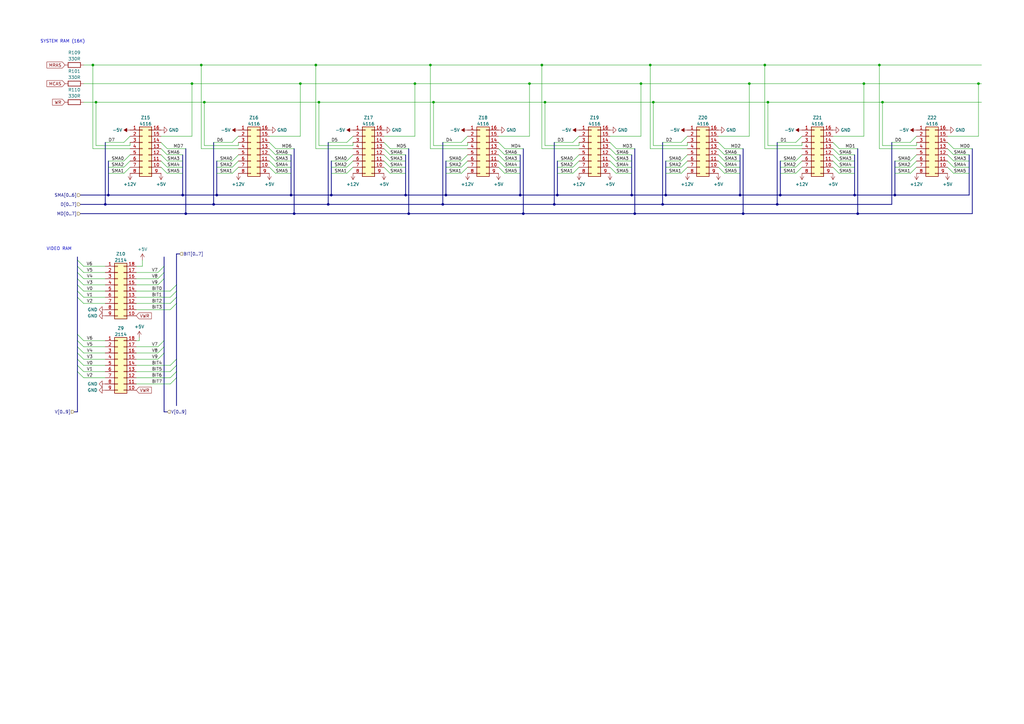
<source format=kicad_sch>
(kicad_sch (version 20230121) (generator eeschema)
  (paper "A3")
  (lib_symbols
    (symbol "Connector_Generic:Conn_02x08_Counter_Clockwise" (pin_names (offset 1.016) hide)
      (property "Reference" "J" (at 1.27 10.16 0))
      (property "Value" "Conn_02x08_Counter_Clockwise" (at 1.27 -12.7 0))
      (symbol "Conn_02x08_Counter_Clockwise_1_1"
        (rectangle (start -1.27 -10.033) (end 0 -10.287) (stroke (width 0.1524)))
        (rectangle (start -1.27 -7.493) (end 0 -7.747) (stroke (width 0.1524)))
        (rectangle (start -1.27 -4.953) (end 0 -5.207) (stroke (width 0.1524)))
        (rectangle (start -1.27 -2.413) (end 0 -2.667) (stroke (width 0.1524)))
        (rectangle (start -1.27 0.127) (end 0 -0.127) (stroke (width 0.1524)))
        (rectangle (start -1.27 2.667) (end 0 2.413) (stroke (width 0.1524)))
        (rectangle (start -1.27 5.207) (end 0 4.953) (stroke (width 0.1524)))
        (rectangle (start -1.27 7.747) (end 0 7.493) (stroke (width 0.1524)))
        (rectangle (start -1.27 8.89) (end 3.81 -11.43) (stroke (width 0.254)) (fill (type background)))
        (rectangle (start 3.81 -10.033) (end 2.54 -10.287) (stroke (width 0.1524)))
        (rectangle (start 3.81 -7.493) (end 2.54 -7.747) (stroke (width 0.1524)))
        (rectangle (start 3.81 -4.953) (end 2.54 -5.207) (stroke (width 0.1524)))
        (rectangle (start 3.81 -2.413) (end 2.54 -2.667) (stroke (width 0.1524)))
        (rectangle (start 3.81 0.127) (end 2.54 -0.127) (stroke (width 0.1524)))
        (rectangle (start 3.81 2.667) (end 2.54 2.413) (stroke (width 0.1524)))
        (rectangle (start 3.81 5.207) (end 2.54 4.953) (stroke (width 0.1524)))
        (rectangle (start 3.81 7.747) (end 2.54 7.493) (stroke (width 0.1524)))
        (pin passive line (at -5.08 7.62 0) (length 3.81) (name "Pin_1") (number "1"))
        (pin passive line (at 7.62 -7.62 180) (length 3.81) (name "Pin_10") (number "10"))
        (pin passive line (at 7.62 -5.08 180) (length 3.81) (name "Pin_11") (number "11"))
        (pin passive line (at 7.62 -2.54 180) (length 3.81) (name "Pin_12") (number "12"))
        (pin passive line (at 7.62 0 180) (length 3.81) (name "Pin_13") (number "13"))
        (pin passive line (at 7.62 2.54 180) (length 3.81) (name "Pin_14") (number "14"))
        (pin passive line (at 7.62 5.08 180) (length 3.81) (name "Pin_15") (number "15"))
        (pin passive line (at 7.62 7.62 180) (length 3.81) (name "Pin_16") (number "16"))
        (pin passive line (at -5.08 5.08 0) (length 3.81) (name "Pin_2") (number "2"))
        (pin passive line (at -5.08 2.54 0) (length 3.81) (name "Pin_3") (number "3"))
        (pin passive line (at -5.08 0 0) (length 3.81) (name "Pin_4") (number "4"))
        (pin passive line (at -5.08 -2.54 0) (length 3.81) (name "Pin_5") (number "5"))
        (pin passive line (at -5.08 -5.08 0) (length 3.81) (name "Pin_6") (number "6"))
        (pin passive line (at -5.08 -7.62 0) (length 3.81) (name "Pin_7") (number "7"))
        (pin passive line (at -5.08 -10.16 0) (length 3.81) (name "Pin_8") (number "8"))
        (pin passive line (at 7.62 -10.16 180) (length 3.81) (name "Pin_9") (number "9"))
      )
    )
    (symbol "Connector_Generic:Conn_02x09_Counter_Clockwise" (pin_names (offset 1.016) hide)
      (property "Reference" "J" (at 1.27 12.7 0))
      (property "Value" "Conn_02x09_Counter_Clockwise" (at 1.27 -12.7 0))
      (symbol "Conn_02x09_Counter_Clockwise_1_1"
        (rectangle (start -1.27 -10.033) (end 0 -10.287) (stroke (width 0.1524)))
        (rectangle (start -1.27 -7.493) (end 0 -7.747) (stroke (width 0.1524)))
        (rectangle (start -1.27 -4.953) (end 0 -5.207) (stroke (width 0.1524)))
        (rectangle (start -1.27 -2.413) (end 0 -2.667) (stroke (width 0.1524)))
        (rectangle (start -1.27 0.127) (end 0 -0.127) (stroke (width 0.1524)))
        (rectangle (start -1.27 2.667) (end 0 2.413) (stroke (width 0.1524)))
        (rectangle (start -1.27 5.207) (end 0 4.953) (stroke (width 0.1524)))
        (rectangle (start -1.27 7.747) (end 0 7.493) (stroke (width 0.1524)))
        (rectangle (start -1.27 10.287) (end 0 10.033) (stroke (width 0.1524)))
        (rectangle (start -1.27 11.43) (end 3.81 -11.43) (stroke (width 0.254)) (fill (type background)))
        (rectangle (start 3.81 -10.033) (end 2.54 -10.287) (stroke (width 0.1524)))
        (rectangle (start 3.81 -7.493) (end 2.54 -7.747) (stroke (width 0.1524)))
        (rectangle (start 3.81 -4.953) (end 2.54 -5.207) (stroke (width 0.1524)))
        (rectangle (start 3.81 -2.413) (end 2.54 -2.667) (stroke (width 0.1524)))
        (rectangle (start 3.81 0.127) (end 2.54 -0.127) (stroke (width 0.1524)))
        (rectangle (start 3.81 2.667) (end 2.54 2.413) (stroke (width 0.1524)))
        (rectangle (start 3.81 5.207) (end 2.54 4.953) (stroke (width 0.1524)))
        (rectangle (start 3.81 7.747) (end 2.54 7.493) (stroke (width 0.1524)))
        (rectangle (start 3.81 10.287) (end 2.54 10.033) (stroke (width 0.1524)))
        (pin passive line (at -5.08 10.16 0) (length 3.81) (name "Pin_1") (number "1"))
        (pin passive line (at 7.62 -10.16 180) (length 3.81) (name "Pin_10") (number "10"))
        (pin passive line (at 7.62 -7.62 180) (length 3.81) (name "Pin_11") (number "11"))
        (pin passive line (at 7.62 -5.08 180) (length 3.81) (name "Pin_12") (number "12"))
        (pin passive line (at 7.62 -2.54 180) (length 3.81) (name "Pin_13") (number "13"))
        (pin passive line (at 7.62 0 180) (length 3.81) (name "Pin_14") (number "14"))
        (pin passive line (at 7.62 2.54 180) (length 3.81) (name "Pin_15") (number "15"))
        (pin passive line (at 7.62 5.08 180) (length 3.81) (name "Pin_16") (number "16"))
        (pin passive line (at 7.62 7.62 180) (length 3.81) (name "Pin_17") (number "17"))
        (pin passive line (at 7.62 10.16 180) (length 3.81) (name "Pin_18") (number "18"))
        (pin passive line (at -5.08 7.62 0) (length 3.81) (name "Pin_2") (number "2"))
        (pin passive line (at -5.08 5.08 0) (length 3.81) (name "Pin_3") (number "3"))
        (pin passive line (at -5.08 2.54 0) (length 3.81) (name "Pin_4") (number "4"))
        (pin passive line (at -5.08 0 0) (length 3.81) (name "Pin_5") (number "5"))
        (pin passive line (at -5.08 -2.54 0) (length 3.81) (name "Pin_6") (number "6"))
        (pin passive line (at -5.08 -5.08 0) (length 3.81) (name "Pin_7") (number "7"))
        (pin passive line (at -5.08 -7.62 0) (length 3.81) (name "Pin_8") (number "8"))
        (pin passive line (at -5.08 -10.16 0) (length 3.81) (name "Pin_9") (number "9"))
      )
    )
    (symbol "Device:R" (pin_numbers hide) (pin_names (offset 0))
      (property "Reference" "R" (at 2.032 0 90))
      (property "Value" "R" (at 0 0 90))
      (symbol "R_0_1"
        (rectangle (start -1.016 -2.54) (end 1.016 2.54) (stroke (width 0.254)))
      )
      (symbol "R_1_1"
        (pin passive line (at 0 3.81 270) (length 1.27) (name "~") (number "1"))
        (pin passive line (at 0 -3.81 90) (length 1.27) (name "~") (number "2"))
      )
    )
    (symbol "power:+12V" (power) (pin_names (offset 0))
      (property "Value" "+12V" (at 0 3.556 0))
      (symbol "+12V_0_1"
        (polyline (pts (xy -0.762 1.27) (xy 0 2.54)))
        (polyline (pts (xy 0 0) (xy 0 2.54)))
        (polyline (pts (xy 0 2.54) (xy 0.762 1.27)))
      )
      (symbol "+12V_1_1"
        (pin power_in line (at 0 0 90) (length 0) hide (name "+12V") (number "1"))
      )
    )
    (symbol "power:+5V" (power) (pin_names (offset 0))
      (property "Value" "+5V" (at 0 3.556 0))
      (symbol "+5V_0_1"
        (polyline (pts (xy -0.762 1.27) (xy 0 2.54)))
        (polyline (pts (xy 0 0) (xy 0 2.54)))
        (polyline (pts (xy 0 2.54) (xy 0.762 1.27)))
      )
      (symbol "+5V_1_1"
        (pin power_in line (at 0 0 90) (length 0) hide (name "+5V") (number "1"))
      )
    )
    (symbol "power:-5V" (power) (pin_names (offset 0))
      (property "Value" "-5V" (at 0 3.81 0))
      (symbol "-5V_0_0"
        (pin power_in line (at 0 0 90) (length 0) hide (name "-5V") (number "1"))
      )
      (symbol "-5V_0_1"
        (polyline (pts (xy 0 0) (xy 0 1.27) (xy 0.762 1.27) (xy 0 2.54) (xy -0.762 1.27) (xy 0 1.27)) (fill (type outline)))
      )
    )
    (symbol "power:GND" (power) (pin_names (offset 0))
      (property "Value" "GND" (at 0 -3.81 0))
      (symbol "GND_0_1"
        (polyline (pts (xy 0 0) (xy 0 -1.27) (xy 1.27 -1.27) (xy 0 -2.54) (xy -1.27 -1.27) (xy 0 -1.27)))
      )
      (symbol "GND_1_1"
        (pin power_in line (at 0 0 270) (length 0) hide (name "GND") (number "1"))
      )
    )
  )
  (junction (at 135.89 80.01))
  (junction (at 360.68 26.67))
  (junction (at 260.35 87.63))
  (junction (at 361.95 41.91))
  (junction (at 307.34 34.29))
  (junction (at 83.82 41.91))
  (junction (at 87.63 83.82))
  (junction (at 130.81 41.91))
  (junction (at 123.19 34.29))
  (junction (at 167.64 87.63))
  (junction (at 303.53 80.01))
  (junction (at 43.18 83.82))
  (junction (at 74.93 80.01))
  (junction (at 401.32 34.29))
  (junction (at 129.54 26.67))
  (junction (at 120.65 87.63))
  (junction (at 166.37 80.01))
  (junction (at 217.17 34.29))
  (junction (at 88.9 80.01))
  (junction (at 350.52 80.01))
  (junction (at 223.52 41.91))
  (junction (at 176.53 26.67))
  (junction (at 39.37 41.91))
  (junction (at 170.18 34.29))
  (junction (at 213.36 80.01))
  (junction (at 181.61 83.82))
  (junction (at 259.08 80.01))
  (junction (at 314.96 41.91))
  (junction (at 228.6 80.01))
  (junction (at 82.55 26.67))
  (junction (at 38.1 26.67))
  (junction (at 134.62 83.82))
  (junction (at 304.8 87.63))
  (junction (at 78.74 34.29))
  (junction (at 320.04 80.01))
  (junction (at 271.78 83.82))
  (junction (at 351.79 87.63))
  (junction (at 44.45 80.01))
  (junction (at 227.33 83.82))
  (junction (at 177.8 41.91))
  (junction (at 313.69 26.67))
  (junction (at 76.2 87.63))
  (junction (at 354.33 34.29))
  (junction (at 214.63 87.63))
  (junction (at 182.88 80.01))
  (junction (at 318.77 83.82))
  (junction (at 267.97 41.91))
  (junction (at 266.7 26.67))
  (junction (at 222.25 26.67))
  (junction (at 262.89 34.29))
  (junction (at 273.05 80.01))
  (junction (at 367.03 80.01))
  (junction (at 119.38 80.01))
  (bus_entry (at 157.48 66.04) (size 2.54 2.54))
  (bus_entry (at 69.85 124.46) (size 2.54 -2.54))
  (bus_entry (at 69.85 154.94) (size 2.54 -2.54))
  (bus_entry (at 64.77 147.32) (size 2.54 -2.54))
  (bus_entry (at 31.75 121.92) (size 2.54 2.54))
  (bus_entry (at 189.23 71.12) (size 2.54 -2.54))
  (bus_entry (at 234.95 66.04) (size 2.54 -2.54))
  (bus_entry (at 279.4 68.58) (size 2.54 -2.54))
  (bus_entry (at 66.04 66.04) (size 2.54 2.54))
  (bus_entry (at 157.48 68.58) (size 2.54 2.54))
  (bus_entry (at 388.62 68.58) (size 2.54 2.54))
  (bus_entry (at 64.77 114.3) (size 2.54 -2.54))
  (bus_entry (at 69.85 121.92) (size 2.54 -2.54))
  (bus_entry (at 294.64 68.58) (size 2.54 2.54))
  (bus_entry (at 160.02 60.96) (size -2.54 -2.54))
  (bus_entry (at 204.47 60.96) (size 2.54 2.54))
  (bus_entry (at 234.95 58.42) (size 2.54 -2.54))
  (bus_entry (at 294.64 66.04) (size 2.54 2.54))
  (bus_entry (at 64.77 144.78) (size 2.54 -2.54))
  (bus_entry (at 31.75 147.32) (size 2.54 2.54))
  (bus_entry (at 341.63 63.5) (size 2.54 2.54))
  (bus_entry (at 250.19 63.5) (size 2.54 2.54))
  (bus_entry (at 66.04 60.96) (size 2.54 2.54))
  (bus_entry (at 373.38 68.58) (size 2.54 -2.54))
  (bus_entry (at 250.19 68.58) (size 2.54 2.54))
  (bus_entry (at 31.75 119.38) (size 2.54 2.54))
  (bus_entry (at 113.03 60.96) (size -2.54 -2.54))
  (bus_entry (at 279.4 58.42) (size 2.54 -2.54))
  (bus_entry (at 341.63 60.96) (size 2.54 2.54))
  (bus_entry (at 294.64 63.5) (size 2.54 2.54))
  (bus_entry (at 204.47 63.5) (size 2.54 2.54))
  (bus_entry (at 391.16 60.96) (size -2.54 -2.54))
  (bus_entry (at 279.4 71.12) (size 2.54 -2.54))
  (bus_entry (at 157.48 60.96) (size 2.54 2.54))
  (bus_entry (at 207.01 60.96) (size -2.54 -2.54))
  (bus_entry (at 204.47 66.04) (size 2.54 2.54))
  (bus_entry (at 189.23 68.58) (size 2.54 -2.54))
  (bus_entry (at 50.8 68.58) (size 2.54 -2.54))
  (bus_entry (at 95.25 66.04) (size 2.54 -2.54))
  (bus_entry (at 31.75 149.86) (size 2.54 2.54))
  (bus_entry (at 110.49 60.96) (size 2.54 2.54))
  (bus_entry (at 189.23 58.42) (size 2.54 -2.54))
  (bus_entry (at 31.75 144.78) (size 2.54 2.54))
  (bus_entry (at 326.39 58.42) (size 2.54 -2.54))
  (bus_entry (at 69.85 127) (size 2.54 -2.54))
  (bus_entry (at 142.24 71.12) (size 2.54 -2.54))
  (bus_entry (at 234.95 68.58) (size 2.54 -2.54))
  (bus_entry (at 31.75 139.7) (size 2.54 2.54))
  (bus_entry (at 31.75 116.84) (size 2.54 2.54))
  (bus_entry (at 344.17 60.96) (size -2.54 -2.54))
  (bus_entry (at 95.25 71.12) (size 2.54 -2.54))
  (bus_entry (at 64.77 142.24) (size 2.54 -2.54))
  (bus_entry (at 326.39 71.12) (size 2.54 -2.54))
  (bus_entry (at 31.75 111.76) (size 2.54 2.54))
  (bus_entry (at 31.75 152.4) (size 2.54 2.54))
  (bus_entry (at 68.58 60.96) (size -2.54 -2.54))
  (bus_entry (at 50.8 58.42) (size 2.54 -2.54))
  (bus_entry (at 64.77 116.84) (size 2.54 -2.54))
  (bus_entry (at 252.73 60.96) (size -2.54 -2.54))
  (bus_entry (at 326.39 68.58) (size 2.54 -2.54))
  (bus_entry (at 204.47 68.58) (size 2.54 2.54))
  (bus_entry (at 388.62 66.04) (size 2.54 2.54))
  (bus_entry (at 31.75 114.3) (size 2.54 2.54))
  (bus_entry (at 64.77 111.76) (size 2.54 -2.54))
  (bus_entry (at 388.62 60.96) (size 2.54 2.54))
  (bus_entry (at 50.8 66.04) (size 2.54 -2.54))
  (bus_entry (at 297.18 60.96) (size -2.54 -2.54))
  (bus_entry (at 373.38 58.42) (size 2.54 -2.54))
  (bus_entry (at 31.75 109.22) (size 2.54 2.54))
  (bus_entry (at 66.04 68.58) (size 2.54 2.54))
  (bus_entry (at 373.38 66.04) (size 2.54 -2.54))
  (bus_entry (at 142.24 58.42) (size 2.54 -2.54))
  (bus_entry (at 142.24 66.04) (size 2.54 -2.54))
  (bus_entry (at 110.49 68.58) (size 2.54 2.54))
  (bus_entry (at 234.95 71.12) (size 2.54 -2.54))
  (bus_entry (at 95.25 68.58) (size 2.54 -2.54))
  (bus_entry (at 66.04 63.5) (size 2.54 2.54))
  (bus_entry (at 69.85 152.4) (size 2.54 -2.54))
  (bus_entry (at 189.23 66.04) (size 2.54 -2.54))
  (bus_entry (at 69.85 149.86) (size 2.54 -2.54))
  (bus_entry (at 373.38 71.12) (size 2.54 -2.54))
  (bus_entry (at 157.48 63.5) (size 2.54 2.54))
  (bus_entry (at 95.25 58.42) (size 2.54 -2.54))
  (bus_entry (at 294.64 60.96) (size 2.54 2.54))
  (bus_entry (at 341.63 68.58) (size 2.54 2.54))
  (bus_entry (at 110.49 66.04) (size 2.54 2.54))
  (bus_entry (at 341.63 66.04) (size 2.54 2.54))
  (bus_entry (at 250.19 66.04) (size 2.54 2.54))
  (bus_entry (at 250.19 60.96) (size 2.54 2.54))
  (bus_entry (at 31.75 142.24) (size 2.54 2.54))
  (bus_entry (at 142.24 68.58) (size 2.54 -2.54))
  (bus_entry (at 326.39 66.04) (size 2.54 -2.54))
  (bus_entry (at 50.8 71.12) (size 2.54 -2.54))
  (bus_entry (at 110.49 63.5) (size 2.54 2.54))
  (bus_entry (at 31.75 137.16) (size 2.54 2.54))
  (bus_entry (at 31.75 106.68) (size 2.54 2.54))
  (bus_entry (at 279.4 66.04) (size 2.54 -2.54))
  (bus_entry (at 69.85 157.48) (size 2.54 -2.54))
  (bus_entry (at 69.85 119.38) (size 2.54 -2.54))
  (bus_entry (at 388.62 63.5) (size 2.54 2.54))
  (wire (pts (xy 44.45 71.12) (xy 50.8 71.12)))
  (wire (pts (xy 34.29 121.92) (xy 43.18 121.92)))
  (wire (pts (xy 144.78 58.42) (xy 144.78 59.69)))
  (wire (pts (xy 34.29 152.4) (xy 43.18 152.4)))
  (bus (pts (xy 351.79 60.96) (xy 351.79 87.63)))
  (bus (pts (xy 351.79 87.63) (xy 304.8 87.63)))
  (wire (pts (xy 207.01 60.96) (xy 214.63 60.96)))
  (wire (pts (xy 55.88 149.86) (xy 69.85 149.86)))
  (wire (pts (xy 313.69 26.67) (xy 313.69 60.96)))
  (bus (pts (xy 318.77 83.82) (xy 271.78 83.82)))
  (wire (pts (xy 223.52 41.91) (xy 223.52 59.69)))
  (wire (pts (xy 344.17 71.12) (xy 350.52 71.12)))
  (wire (pts (xy 68.58 63.5) (xy 74.93 63.5)))
  (wire (pts (xy 68.58 66.04) (xy 74.93 66.04)))
  (wire (pts (xy 55.88 157.48) (xy 69.85 157.48)))
  (wire (pts (xy 266.7 60.96) (xy 281.94 60.96)))
  (wire (pts (xy 44.45 66.04) (xy 50.8 66.04)))
  (wire (pts (xy 39.37 41.91) (xy 39.37 59.69)))
  (wire (pts (xy 344.17 60.96) (xy 351.79 60.96)))
  (wire (pts (xy 55.88 124.46) (xy 69.85 124.46)))
  (wire (pts (xy 129.54 26.67) (xy 176.53 26.67)))
  (bus (pts (xy 213.36 80.01) (xy 228.6 80.01)))
  (bus (pts (xy 398.78 60.96) (xy 398.78 87.63)))
  (bus (pts (xy 43.18 83.82) (xy 33.02 83.82)))
  (bus (pts (xy 31.75 116.84) (xy 31.75 119.38)))
  (wire (pts (xy 297.18 60.96) (xy 304.8 60.96)))
  (wire (pts (xy 222.25 26.67) (xy 222.25 60.96)))
  (wire (pts (xy 313.69 26.67) (xy 360.68 26.67)))
  (wire (pts (xy 252.73 60.96) (xy 260.35 60.96)))
  (wire (pts (xy 34.29 26.67) (xy 38.1 26.67)))
  (wire (pts (xy 135.89 68.58) (xy 142.24 68.58)))
  (bus (pts (xy 31.75 111.76) (xy 31.75 114.3)))
  (wire (pts (xy 177.8 59.69) (xy 191.77 59.69)))
  (wire (pts (xy 320.04 71.12) (xy 326.39 71.12)))
  (wire (pts (xy 55.88 116.84) (xy 64.77 116.84)))
  (wire (pts (xy 55.88 114.3) (xy 64.77 114.3)))
  (wire (pts (xy 252.73 63.5) (xy 259.08 63.5)))
  (wire (pts (xy 273.05 66.04) (xy 279.4 66.04)))
  (wire (pts (xy 267.97 59.69) (xy 281.94 59.69)))
  (bus (pts (xy 73.66 104.14) (xy 72.39 104.14)))
  (bus (pts (xy 31.75 149.86) (xy 31.75 152.4)))
  (wire (pts (xy 160.02 66.04) (xy 166.37 66.04)))
  (wire (pts (xy 34.29 142.24) (xy 43.18 142.24)))
  (wire (pts (xy 34.29 116.84) (xy 43.18 116.84)))
  (bus (pts (xy 228.6 66.04) (xy 228.6 80.01)))
  (bus (pts (xy 87.63 58.42) (xy 87.63 83.82)))
  (wire (pts (xy 375.92 58.42) (xy 375.92 59.69)))
  (wire (pts (xy 82.55 60.96) (xy 97.79 60.96)))
  (wire (pts (xy 135.89 71.12) (xy 142.24 71.12)))
  (bus (pts (xy 76.2 87.63) (xy 33.02 87.63)))
  (wire (pts (xy 314.96 59.69) (xy 328.93 59.69)))
  (bus (pts (xy 67.31 109.22) (xy 67.31 111.76)))
  (wire (pts (xy 182.88 68.58) (xy 189.23 68.58)))
  (wire (pts (xy 34.29 154.94) (xy 43.18 154.94)))
  (wire (pts (xy 297.18 68.58) (xy 303.53 68.58)))
  (wire (pts (xy 204.47 55.88) (xy 217.17 55.88)))
  (wire (pts (xy 129.54 26.67) (xy 129.54 60.96)))
  (wire (pts (xy 176.53 26.67) (xy 176.53 60.96)))
  (wire (pts (xy 34.29 139.7) (xy 43.18 139.7)))
  (bus (pts (xy 135.89 80.01) (xy 166.37 80.01)))
  (wire (pts (xy 365.76 58.42) (xy 373.38 58.42)))
  (bus (pts (xy 72.39 116.84) (xy 72.39 119.38)))
  (wire (pts (xy 266.7 26.67) (xy 313.69 26.67)))
  (wire (pts (xy 191.77 58.42) (xy 191.77 59.69)))
  (bus (pts (xy 271.78 83.82) (xy 227.33 83.82)))
  (wire (pts (xy 281.94 58.42) (xy 281.94 59.69)))
  (wire (pts (xy 297.18 63.5) (xy 303.53 63.5)))
  (wire (pts (xy 83.82 41.91) (xy 130.81 41.91)))
  (wire (pts (xy 55.88 154.94) (xy 69.85 154.94)))
  (bus (pts (xy 31.75 144.78) (xy 31.75 147.32)))
  (bus (pts (xy 260.35 60.96) (xy 260.35 87.63)))
  (wire (pts (xy 170.18 34.29) (xy 170.18 55.88)))
  (wire (pts (xy 44.45 68.58) (xy 50.8 68.58)))
  (wire (pts (xy 182.88 71.12) (xy 189.23 71.12)))
  (bus (pts (xy 259.08 80.01) (xy 273.05 80.01)))
  (wire (pts (xy 207.01 68.58) (xy 213.36 68.58)))
  (wire (pts (xy 267.97 41.91) (xy 314.96 41.91)))
  (bus (pts (xy 43.18 58.42) (xy 43.18 83.82)))
  (wire (pts (xy 207.01 66.04) (xy 213.36 66.04)))
  (wire (pts (xy 401.32 34.29) (xy 402.59 34.29)))
  (wire (pts (xy 87.63 58.42) (xy 95.25 58.42)))
  (wire (pts (xy 262.89 34.29) (xy 262.89 55.88)))
  (wire (pts (xy 34.29 147.32) (xy 43.18 147.32)))
  (wire (pts (xy 313.69 60.96) (xy 328.93 60.96)))
  (bus (pts (xy 72.39 121.92) (xy 72.39 124.46)))
  (wire (pts (xy 38.1 26.67) (xy 38.1 60.96)))
  (bus (pts (xy 31.75 142.24) (xy 31.75 144.78)))
  (wire (pts (xy 88.9 71.12) (xy 95.25 71.12)))
  (wire (pts (xy 361.95 41.91) (xy 361.95 59.69)))
  (bus (pts (xy 182.88 80.01) (xy 213.36 80.01)))
  (wire (pts (xy 113.03 71.12) (xy 119.38 71.12)))
  (bus (pts (xy 214.63 87.63) (xy 167.64 87.63)))
  (bus (pts (xy 72.39 154.94) (xy 72.39 166.37)))
  (wire (pts (xy 297.18 71.12) (xy 303.53 71.12)))
  (wire (pts (xy 170.18 34.29) (xy 217.17 34.29)))
  (bus (pts (xy 67.31 114.3) (xy 67.31 139.7)))
  (wire (pts (xy 344.17 68.58) (xy 350.52 68.58)))
  (wire (pts (xy 134.62 58.42) (xy 142.24 58.42)))
  (wire (pts (xy 157.48 55.88) (xy 170.18 55.88)))
  (wire (pts (xy 55.88 152.4) (xy 69.85 152.4)))
  (wire (pts (xy 38.1 60.96) (xy 53.34 60.96)))
  (wire (pts (xy 307.34 34.29) (xy 307.34 55.88)))
  (wire (pts (xy 34.29 109.22) (xy 43.18 109.22)))
  (bus (pts (xy 271.78 58.42) (xy 271.78 83.82)))
  (wire (pts (xy 207.01 71.12) (xy 213.36 71.12)))
  (bus (pts (xy 31.75 152.4) (xy 31.75 168.91)))
  (bus (pts (xy 72.39 119.38) (xy 72.39 121.92)))
  (bus (pts (xy 67.31 144.78) (xy 67.31 168.91)))
  (wire (pts (xy 88.9 66.04) (xy 95.25 66.04)))
  (wire (pts (xy 367.03 68.58) (xy 373.38 68.58)))
  (bus (pts (xy 31.75 147.32) (xy 31.75 149.86)))
  (wire (pts (xy 135.89 66.04) (xy 142.24 66.04)))
  (wire (pts (xy 113.03 68.58) (xy 119.38 68.58)))
  (wire (pts (xy 53.34 58.42) (xy 53.34 59.69)))
  (bus (pts (xy 134.62 58.42) (xy 134.62 83.82)))
  (bus (pts (xy 88.9 80.01) (xy 119.38 80.01)))
  (bus (pts (xy 44.45 80.01) (xy 74.93 80.01)))
  (bus (pts (xy 67.31 142.24) (xy 67.31 144.78)))
  (bus (pts (xy 120.65 87.63) (xy 76.2 87.63)))
  (wire (pts (xy 129.54 60.96) (xy 144.78 60.96)))
  (bus (pts (xy 31.75 109.22) (xy 31.75 111.76)))
  (wire (pts (xy 217.17 34.29) (xy 262.89 34.29)))
  (bus (pts (xy 273.05 66.04) (xy 273.05 80.01)))
  (wire (pts (xy 367.03 66.04) (xy 373.38 66.04)))
  (bus (pts (xy 365.76 58.42) (xy 365.76 83.82)))
  (wire (pts (xy 68.58 68.58) (xy 74.93 68.58)))
  (bus (pts (xy 31.75 137.16) (xy 31.75 139.7)))
  (bus (pts (xy 74.93 80.01) (xy 88.9 80.01)))
  (wire (pts (xy 55.88 147.32) (xy 64.77 147.32)))
  (wire (pts (xy 320.04 66.04) (xy 326.39 66.04)))
  (bus (pts (xy 31.75 119.38) (xy 31.75 121.92)))
  (wire (pts (xy 267.97 41.91) (xy 267.97 59.69)))
  (wire (pts (xy 34.29 144.78) (xy 43.18 144.78)))
  (wire (pts (xy 38.1 26.67) (xy 82.55 26.67)))
  (bus (pts (xy 67.31 105.41) (xy 67.31 109.22)))
  (bus (pts (xy 398.78 87.63) (xy 351.79 87.63)))
  (wire (pts (xy 223.52 59.69) (xy 237.49 59.69)))
  (wire (pts (xy 391.16 71.12) (xy 397.51 71.12)))
  (wire (pts (xy 223.52 41.91) (xy 267.97 41.91)))
  (wire (pts (xy 176.53 60.96) (xy 191.77 60.96)))
  (bus (pts (xy 119.38 63.5) (xy 119.38 80.01)))
  (wire (pts (xy 68.58 60.96) (xy 76.2 60.96)))
  (wire (pts (xy 55.88 119.38) (xy 69.85 119.38)))
  (bus (pts (xy 31.75 105.41) (xy 31.75 106.68)))
  (bus (pts (xy 273.05 80.01) (xy 303.53 80.01)))
  (wire (pts (xy 361.95 41.91) (xy 402.59 41.91)))
  (wire (pts (xy 388.62 55.88) (xy 401.32 55.88)))
  (bus (pts (xy 167.64 87.63) (xy 120.65 87.63)))
  (wire (pts (xy 130.81 41.91) (xy 177.8 41.91)))
  (wire (pts (xy 344.17 63.5) (xy 350.52 63.5)))
  (wire (pts (xy 314.96 41.91) (xy 314.96 59.69)))
  (wire (pts (xy 217.17 34.29) (xy 217.17 55.88)))
  (wire (pts (xy 360.68 26.67) (xy 360.68 60.96)))
  (wire (pts (xy 83.82 59.69) (xy 97.79 59.69)))
  (wire (pts (xy 252.73 66.04) (xy 259.08 66.04)))
  (bus (pts (xy 30.48 168.91) (xy 31.75 168.91)))
  (wire (pts (xy 113.03 66.04) (xy 119.38 66.04)))
  (wire (pts (xy 130.81 41.91) (xy 130.81 59.69)))
  (bus (pts (xy 260.35 87.63) (xy 214.63 87.63)))
  (bus (pts (xy 304.8 87.63) (xy 260.35 87.63)))
  (wire (pts (xy 273.05 71.12) (xy 279.4 71.12)))
  (wire (pts (xy 176.53 26.67) (xy 222.25 26.67)))
  (wire (pts (xy 294.64 55.88) (xy 307.34 55.88)))
  (wire (pts (xy 43.18 58.42) (xy 50.8 58.42)))
  (wire (pts (xy 391.16 66.04) (xy 397.51 66.04)))
  (wire (pts (xy 271.78 58.42) (xy 279.4 58.42)))
  (wire (pts (xy 354.33 34.29) (xy 401.32 34.29)))
  (bus (pts (xy 303.53 80.01) (xy 320.04 80.01)))
  (wire (pts (xy 55.88 121.92) (xy 69.85 121.92)))
  (bus (pts (xy 318.77 58.42) (xy 318.77 83.82)))
  (bus (pts (xy 31.75 139.7) (xy 31.75 142.24)))
  (bus (pts (xy 367.03 66.04) (xy 367.03 80.01)))
  (wire (pts (xy 113.03 63.5) (xy 119.38 63.5)))
  (bus (pts (xy 182.88 66.04) (xy 182.88 80.01)))
  (bus (pts (xy 227.33 83.82) (xy 181.61 83.82)))
  (bus (pts (xy 67.31 139.7) (xy 67.31 142.24)))
  (bus (pts (xy 119.38 80.01) (xy 135.89 80.01)))
  (bus (pts (xy 303.53 63.5) (xy 303.53 80.01)))
  (wire (pts (xy 273.05 68.58) (xy 279.4 68.58)))
  (wire (pts (xy 361.95 59.69) (xy 375.92 59.69)))
  (wire (pts (xy 34.29 111.76) (xy 43.18 111.76)))
  (wire (pts (xy 228.6 71.12) (xy 234.95 71.12)))
  (wire (pts (xy 113.03 60.96) (xy 120.65 60.96)))
  (wire (pts (xy 391.16 60.96) (xy 398.78 60.96)))
  (bus (pts (xy 31.75 106.68) (xy 31.75 109.22)))
  (wire (pts (xy 34.29 34.29) (xy 78.74 34.29)))
  (wire (pts (xy 82.55 26.67) (xy 129.54 26.67)))
  (bus (pts (xy 350.52 80.01) (xy 367.03 80.01)))
  (wire (pts (xy 262.89 34.29) (xy 307.34 34.29)))
  (wire (pts (xy 88.9 68.58) (xy 95.25 68.58)))
  (bus (pts (xy 134.62 83.82) (xy 87.63 83.82)))
  (wire (pts (xy 252.73 68.58) (xy 259.08 68.58)))
  (bus (pts (xy 181.61 58.42) (xy 181.61 83.82)))
  (wire (pts (xy 354.33 34.29) (xy 354.33 55.88)))
  (wire (pts (xy 320.04 68.58) (xy 326.39 68.58)))
  (wire (pts (xy 266.7 26.67) (xy 266.7 60.96)))
  (wire (pts (xy 160.02 71.12) (xy 166.37 71.12)))
  (bus (pts (xy 227.33 58.42) (xy 227.33 83.82)))
  (bus (pts (xy 67.31 111.76) (xy 67.31 114.3)))
  (wire (pts (xy 55.88 127) (xy 69.85 127)))
  (wire (pts (xy 57.15 138.43) (xy 57.15 139.7)))
  (wire (pts (xy 328.93 58.42) (xy 328.93 59.69)))
  (wire (pts (xy 34.29 149.86) (xy 43.18 149.86)))
  (wire (pts (xy 160.02 60.96) (xy 167.64 60.96)))
  (bus (pts (xy 67.31 168.91) (xy 68.58 168.91)))
  (bus (pts (xy 397.51 63.5) (xy 397.51 80.01)))
  (bus (pts (xy 320.04 80.01) (xy 350.52 80.01)))
  (wire (pts (xy 34.29 114.3) (xy 43.18 114.3)))
  (wire (pts (xy 222.25 26.67) (xy 266.7 26.67)))
  (bus (pts (xy 72.39 147.32) (xy 72.39 149.86)))
  (bus (pts (xy 72.39 149.86) (xy 72.39 152.4)))
  (wire (pts (xy 318.77 58.42) (xy 326.39 58.42)))
  (wire (pts (xy 250.19 55.88) (xy 262.89 55.88)))
  (bus (pts (xy 213.36 63.5) (xy 213.36 80.01)))
  (bus (pts (xy 320.04 66.04) (xy 320.04 80.01)))
  (wire (pts (xy 401.32 34.29) (xy 401.32 55.88)))
  (wire (pts (xy 97.79 58.42) (xy 97.79 59.69)))
  (bus (pts (xy 167.64 60.96) (xy 167.64 87.63)))
  (wire (pts (xy 160.02 68.58) (xy 166.37 68.58)))
  (bus (pts (xy 31.75 121.92) (xy 31.75 137.16)))
  (bus (pts (xy 304.8 60.96) (xy 304.8 87.63)))
  (wire (pts (xy 228.6 68.58) (xy 234.95 68.58)))
  (wire (pts (xy 130.81 59.69) (xy 144.78 59.69)))
  (wire (pts (xy 55.88 142.24) (xy 64.77 142.24)))
  (wire (pts (xy 228.6 66.04) (xy 234.95 66.04)))
  (wire (pts (xy 307.34 34.29) (xy 354.33 34.29)))
  (bus (pts (xy 166.37 80.01) (xy 182.88 80.01)))
  (wire (pts (xy 227.33 58.42) (xy 234.95 58.42)))
  (wire (pts (xy 344.17 66.04) (xy 350.52 66.04)))
  (bus (pts (xy 44.45 66.04) (xy 44.45 80.01)))
  (bus (pts (xy 74.93 63.5) (xy 74.93 80.01)))
  (bus (pts (xy 87.63 83.82) (xy 43.18 83.82)))
  (wire (pts (xy 360.68 26.67) (xy 402.59 26.67)))
  (wire (pts (xy 34.29 41.91) (xy 39.37 41.91)))
  (bus (pts (xy 214.63 60.96) (xy 214.63 87.63)))
  (wire (pts (xy 177.8 41.91) (xy 177.8 59.69)))
  (wire (pts (xy 34.29 119.38) (xy 43.18 119.38)))
  (bus (pts (xy 350.52 63.5) (xy 350.52 80.01)))
  (wire (pts (xy 34.29 124.46) (xy 43.18 124.46)))
  (wire (pts (xy 160.02 63.5) (xy 166.37 63.5)))
  (wire (pts (xy 314.96 41.91) (xy 361.95 41.91)))
  (bus (pts (xy 365.76 83.82) (xy 318.77 83.82)))
  (bus (pts (xy 72.39 124.46) (xy 72.39 147.32)))
  (wire (pts (xy 237.49 58.42) (xy 237.49 59.69)))
  (bus (pts (xy 120.65 60.96) (xy 120.65 87.63)))
  (wire (pts (xy 78.74 34.29) (xy 123.19 34.29)))
  (bus (pts (xy 88.9 66.04) (xy 88.9 80.01)))
  (wire (pts (xy 55.88 109.22) (xy 58.42 109.22)))
  (wire (pts (xy 177.8 41.91) (xy 223.52 41.91)))
  (bus (pts (xy 228.6 80.01) (xy 259.08 80.01)))
  (bus (pts (xy 33.02 80.01) (xy 44.45 80.01)))
  (wire (pts (xy 360.68 60.96) (xy 375.92 60.96)))
  (bus (pts (xy 166.37 63.5) (xy 166.37 80.01)))
  (wire (pts (xy 123.19 34.29) (xy 170.18 34.29)))
  (wire (pts (xy 83.82 41.91) (xy 83.82 59.69)))
  (wire (pts (xy 182.88 66.04) (xy 189.23 66.04)))
  (bus (pts (xy 76.2 60.96) (xy 76.2 87.63)))
  (wire (pts (xy 123.19 34.29) (xy 123.19 55.88)))
  (wire (pts (xy 57.15 139.7) (xy 55.88 139.7)))
  (wire (pts (xy 222.25 60.96) (xy 237.49 60.96)))
  (wire (pts (xy 110.49 55.88) (xy 123.19 55.88)))
  (bus (pts (xy 31.75 114.3) (xy 31.75 116.84)))
  (wire (pts (xy 82.55 26.67) (xy 82.55 60.96)))
  (wire (pts (xy 297.18 66.04) (xy 303.53 66.04)))
  (wire (pts (xy 55.88 144.78) (xy 64.77 144.78)))
  (bus (pts (xy 259.08 63.5) (xy 259.08 80.01)))
  (bus (pts (xy 181.61 83.82) (xy 134.62 83.82)))
  (wire (pts (xy 367.03 71.12) (xy 373.38 71.12)))
  (bus (pts (xy 72.39 104.14) (xy 72.39 116.84)))
  (wire (pts (xy 55.88 111.76) (xy 64.77 111.76)))
  (wire (pts (xy 78.74 34.29) (xy 78.74 55.88)))
  (wire (pts (xy 39.37 59.69) (xy 53.34 59.69)))
  (wire (pts (xy 68.58 71.12) (xy 74.93 71.12)))
  (wire (pts (xy 58.42 109.22) (xy 58.42 106.68)))
  (bus (pts (xy 367.03 80.01) (xy 397.51 80.01)))
  (wire (pts (xy 39.37 41.91) (xy 83.82 41.91)))
  (wire (pts (xy 391.16 68.58) (xy 397.51 68.58)))
  (wire (pts (xy 391.16 63.5) (xy 397.51 63.5)))
  (wire (pts (xy 341.63 55.88) (xy 354.33 55.88)))
  (bus (pts (xy 72.39 152.4) (xy 72.39 154.94)))
  (wire (pts (xy 66.04 55.88) (xy 78.74 55.88)))
  (wire (pts (xy 181.61 58.42) (xy 189.23 58.42)))
  (wire (pts (xy 207.01 63.5) (xy 213.36 63.5)))
  (bus (pts (xy 135.89 66.04) (xy 135.89 80.01)))
  (wire (pts (xy 252.73 71.12) (xy 259.08 71.12)))
  (text "SYSTEM RAM (16K)" (at 16.51 17.78 0) (effects (font (size 1.27 1.27)) (justify left bottom)))
  (text "VIDEO RAM" (at 19.05 102.87 0) (effects (font (size 1.27 1.27)) (justify left bottom)))
  (label "SMA6" (at 297.18 63.5 0))
  (label "SMA1" (at 229.87 71.12 0))
  (label "SMA4" (at 207.01 68.58 0))
  (label "V1" (at 35.56 152.4 0))
  (label "SMA3" (at 252.73 66.04 0))
  (label "SMA3" (at 68.58 66.04 0))
  (label "SMA5" (at 160.02 71.12 0))
  (label "V4" (at 35.56 144.78 0))
  (label "SMA0" (at 321.31 66.04 0))
  (label "SMA0" (at 137.16 66.04 0))
  (label "SMA0" (at 184.15 66.04 0))
  (label "SMA5" (at 391.16 71.12 0))
  (label "SMA2" (at 45.72 68.58 0))
  (label "D5" (at 135.89 58.42 0))
  (label "V7" (at 62.23 111.76 0))
  (label "SMA2" (at 90.17 68.58 0))
  (label "MD1" (at 346.71 60.96 0))
  (label "SMA1" (at 90.17 71.12 0))
  (label "SMA2" (at 229.87 68.58 0))
  (label "V9" (at 62.23 147.32 0))
  (label "BIT7" (at 62.23 157.48 0))
  (label "MD7" (at 71.12 60.96 0))
  (label "V8" (at 62.23 144.78 0))
  (label "BIT3" (at 62.23 127 0))
  (label "SMA4" (at 297.18 68.58 0))
  (label "V1" (at 35.56 121.92 0))
  (label "SMA3" (at 391.16 66.04 0))
  (label "SMA1" (at 368.3 71.12 0))
  (label "D2" (at 273.05 58.42 0))
  (label "V6" (at 35.4535 109.22 0))
  (label "MD2" (at 299.72 60.96 0))
  (label "MD3" (at 255.27 60.96 0))
  (label "SMA5" (at 252.73 71.12 0))
  (label "V0" (at 35.56 149.86 0))
  (label "BIT1" (at 62.23 121.92 0))
  (label "V5" (at 35.56 111.76 0))
  (label "SMA1" (at 45.72 71.12 0))
  (label "SMA4" (at 391.16 68.58 0))
  (label "V3" (at 35.56 147.32 0))
  (label "BIT6" (at 62.23 154.94 0))
  (label "SMA6" (at 68.58 63.5 0))
  (label "D0" (at 367.03 58.42 0))
  (label "BIT0" (at 62.23 119.38 0))
  (label "SMA1" (at 274.32 71.12 0))
  (label "MD4" (at 209.55 60.96 0))
  (label "BIT4" (at 62.23 149.86 0))
  (label "V7" (at 62.23 142.24 0))
  (label "SMA1" (at 137.16 71.12 0))
  (label "SMA6" (at 207.01 63.5 0))
  (label "D4" (at 182.88 58.42 0))
  (label "V6" (at 35.56 139.7 0))
  (label "V3" (at 35.56 116.84 0))
  (label "MD6" (at 115.57 60.96 0))
  (label "SMA6" (at 344.17 63.5 0))
  (label "D7" (at 44.45 58.42 0))
  (label "SMA4" (at 252.73 68.58 0))
  (label "SMA0" (at 90.17 66.04 0))
  (label "SMA4" (at 344.17 68.58 0))
  (label "D6" (at 88.9 58.42 0))
  (label "SMA3" (at 297.18 66.04 0))
  (label "SMA1" (at 321.31 71.12 0))
  (label "SMA2" (at 184.15 68.58 0))
  (label "SMA0" (at 229.87 66.04 0))
  (label "SMA0" (at 274.32 66.04 0))
  (label "V8" (at 62.23 114.3 0))
  (label "SMA2" (at 368.3 68.58 0))
  (label "SMA5" (at 344.17 71.12 0))
  (label "BIT5" (at 62.23 152.4 0))
  (label "SMA5" (at 68.58 71.12 0))
  (label "SMA4" (at 68.58 68.58 0))
  (label "SMA2" (at 321.31 68.58 0))
  (label "D3" (at 228.6 58.42 0))
  (label "SMA3" (at 160.02 66.04 0))
  (label "V5" (at 35.56 142.24 0))
  (label "BIT2" (at 62.23 124.46 0))
  (label "SMA6" (at 113.03 63.5 0))
  (label "SMA4" (at 160.02 68.58 0))
  (label "MD0" (at 393.7 60.96 0))
  (label "V2" (at 35.56 124.46 0))
  (label "SMA6" (at 252.73 63.5 0))
  (label "D1" (at 320.04 58.42 0))
  (label "SMA1" (at 184.15 71.12 0))
  (label "V4" (at 35.56 114.3 0))
  (label "V2" (at 35.56 154.94 0))
  (label "SMA5" (at 297.18 71.12 0))
  (label "SMA3" (at 207.01 66.04 0))
  (label "SMA5" (at 113.03 71.12 0))
  (label "SMA6" (at 391.16 63.5 0))
  (label "SMA4" (at 113.03 68.58 0))
  (label "SMA0" (at 45.72 66.04 0))
  (label "SMA0" (at 368.3 66.04 0))
  (label "SMA3" (at 113.03 66.04 0))
  (label "SMA6" (at 160.02 63.5 0))
  (label "V0" (at 35.56 119.38 0))
  (label "V9" (at 62.23 116.84 0))
  (label "MD5" (at 162.56 60.96 0))
  (label "SMA2" (at 137.16 68.58 0))
  (label "SMA2" (at 274.32 68.58 0))
  (label "SMA5" (at 207.01 71.12 0))
  (label "SMA3" (at 344.17 66.04 0))
  (global_label "VWR" (shape input) (at 55.88 160.02 0) (property "Intersheetrefs" "${INTERSHEET_REFS}" (effects hide)))
  (global_label "MCAS" (shape input) (at 26.67 34.29 180) (property "Intersheetrefs" "${INTERSHEET_REFS}" (effects hide)))
  (global_label "WR" (shape input) (at 26.67 41.91 180) (property "Intersheetrefs" "${INTERSHEET_REFS}" (effects hide)))
  (global_label "VWR" (shape input) (at 55.88 129.54 0) (property "Intersheetrefs" "${INTERSHEET_REFS}" (effects hide)))
  (global_label "MRAS" (shape input) (at 26.67 26.67 180) (property "Intersheetrefs" "${INTERSHEET_REFS}" (effects hide)))
  (hierarchical_label "V[0..9]" (shape input) (at 68.58 168.91 0))
  (hierarchical_label "V[0..9]" (shape input) (at 30.48 168.91 180))
  (hierarchical_label "BIT[0..7]" (shape input) (at 73.66 104.14 0))
  (hierarchical_label "D[0..7]" (shape input) (at 33.02 83.82 180))
  (hierarchical_label "SMA[0..6]" (shape input) (at 33.02 80.01 180))
  (hierarchical_label "MD[0..7]" (shape input) (at 33.02 87.63 180))
  (symbol (lib_id "power:GND") (at 43.18 127 270) (unit 1)
    (property "Reference" "#PWR0108" (effects hide))
    (property "Value" "GND" (at 40.005 127 90) (effects (justify right)))
    (instances (project "TRS80IJP_1" (path "" (reference "#PWR0108") (unit 1)) (path "" (reference "#PWR0123") (unit 1)) (path "" (reference "#PWR0132") (unit 1)) (path "" (reference "#PWR0137") (unit 1)) (path "" (reference "#PWR0164") (unit 1)) (path "" (reference "#PWR0170") (unit 1))))
  )
  (symbol (lib_id "power:+5V") (at 341.63 71.12 180) (unit 1)
    (property "Reference" "#PWR010" (effects hide))
    (property "Value" "+5V" (at 341.63 75.565 0))
    (instances (project "TRS80IJP_1" (path "" (reference "#PWR010") (unit 1)) (path "" (reference "#PWR042") (unit 1)) (path "" (reference "#PWR054") (unit 1))))
  )
  (symbol (lib_id "power:+5V") (at 294.64 71.12 180) (unit 1)
    (property "Reference" "#PWR010" (effects hide))
    (property "Value" "+5V" (at 294.64 75.565 0))
    (instances (project "TRS80IJP_1" (path "" (reference "#PWR010") (unit 1)) (path "" (reference "#PWR042") (unit 1)) (path "" (reference "#PWR053") (unit 1))))
  )
  (symbol (lib_id "power:-5V") (at 237.49 53.34 90) (unit 1)
    (property "Reference" "#PWR0243" (effects hide))
    (property "Value" "-5V" (at 234.315 53.34 90) (effects (justify left)))
    (instances (project "TRS80IJP_1" (path "" (reference "#PWR0243") (unit 1)) (path "" (reference "#PWR0248") (unit 1))))
  )
  (symbol (lib_id "power:+5V") (at 204.47 71.12 180) (unit 1)
    (property "Reference" "#PWR010" (effects hide))
    (property "Value" "+5V" (at 204.47 75.565 0))
    (instances (project "TRS80IJP_1" (path "" (reference "#PWR010") (unit 1)) (path "" (reference "#PWR042") (unit 1)) (path "" (reference "#PWR051") (unit 1))))
  )
  (symbol (lib_id "power:-5V") (at 191.77 53.34 90) (unit 1)
    (property "Reference" "#PWR0243" (effects hide))
    (property "Value" "-5V" (at 188.595 53.34 90) (effects (justify left)))
    (instances (project "TRS80IJP_1" (path "" (reference "#PWR0243") (unit 1)) (path "" (reference "#PWR0247") (unit 1))))
  )
  (symbol (lib_id "Connector_Generic:Conn_02x08_Counter_Clockwise") (at 381 60.96 0) (unit 1)
    (property "Reference" "Z22" (at 382.27 48.26 0))
    (property "Value" "4116" (at 382.27 50.8 0))
    (property "Footprint" "Package_DIP:DIP-16_W7.62mm" (effects hide))
  )
  (symbol (lib_id "power:-5V") (at 375.92 53.34 90) (unit 1)
    (property "Reference" "#PWR0243" (effects hide))
    (property "Value" "-5V" (at 372.745 53.34 90) (effects (justify left)))
    (instances (project "TRS80IJP_1" (path "" (reference "#PWR0243") (unit 1)) (path "" (reference "#PWR0251") (unit 1))))
  )
  (symbol (lib_id "power:-5V") (at 328.93 53.34 90) (unit 1)
    (property "Reference" "#PWR0243" (effects hide))
    (property "Value" "-5V" (at 325.755 53.34 90) (effects (justify left)))
    (instances (project "TRS80IJP_1" (path "" (reference "#PWR0243") (unit 1)) (path "" (reference "#PWR0250") (unit 1))))
  )
  (symbol (lib_id "Connector_Generic:Conn_02x08_Counter_Clockwise") (at 149.86 60.96 0) (unit 1)
    (property "Reference" "Z17" (at 151.13 48.26 0))
    (property "Value" "4116" (at 151.13 50.8 0))
    (property "Footprint" "Package_DIP:DIP-16_W7.62mm" (effects hide))
  )
  (symbol (lib_id "power:+12V") (at 53.34 71.12 180) (unit 1)
    (property "Reference" "#PWR0230" (effects hide))
    (property "Value" "+12V" (at 55.88 75.565 0) (effects (justify left)))
    (instances (project "TRS80IJP_1" (path "" (reference "#PWR0230") (unit 1)) (path "" (reference "#PWR0232") (unit 1))))
  )
  (symbol (lib_id "power:+12V") (at 144.78 71.12 180) (unit 1)
    (property "Reference" "#PWR0230" (effects hide))
    (property "Value" "+12V" (at 147.32 75.565 0) (effects (justify left)))
    (instances (project "TRS80IJP_1" (path "" (reference "#PWR0230") (unit 1)) (path "" (reference "#PWR0234") (unit 1))))
  )
  (symbol (lib_id "power:GND") (at 250.19 53.34 90) (unit 1)
    (property "Reference" "#PWR0108" (effects hide))
    (property "Value" "GND" (at 253.365 53.34 90) (effects (justify right)))
    (instances (project "TRS80IJP_1" (path "" (reference "#PWR0108") (unit 1)) (path "" (reference "#PWR0123") (unit 1)) (path "" (reference "#PWR0132") (unit 1)) (path "" (reference "#PWR0137") (unit 1)) (path "" (reference "#PWR0164") (unit 1)) (path "" (reference "#PWR0178") (unit 1))))
  )
  (symbol (lib_id "power:+5V") (at 250.19 71.12 180) (unit 1)
    (property "Reference" "#PWR010" (effects hide))
    (property "Value" "+5V" (at 250.19 75.565 0))
    (instances (project "TRS80IJP_1" (path "" (reference "#PWR010") (unit 1)) (path "" (reference "#PWR042") (unit 1)) (path "" (reference "#PWR052") (unit 1))))
  )
  (symbol (lib_id "power:+12V") (at 191.77 71.12 180) (unit 1)
    (property "Reference" "#PWR0230" (effects hide))
    (property "Value" "+12V" (at 194.31 75.565 0) (effects (justify left)))
    (instances (project "TRS80IJP_1" (path "" (reference "#PWR0230") (unit 1)) (path "" (reference "#PWR0235") (unit 1))))
  )
  (symbol (lib_id "power:GND") (at 66.04 53.34 90) (unit 1)
    (property "Reference" "#PWR0108" (effects hide))
    (property "Value" "GND" (at 69.215 53.34 90) (effects (justify right)))
    (instances (project "TRS80IJP_1" (path "" (reference "#PWR0108") (unit 1)) (path "" (reference "#PWR0123") (unit 1)) (path "" (reference "#PWR0132") (unit 1)) (path "" (reference "#PWR0137") (unit 1)) (path "" (reference "#PWR0164") (unit 1)) (path "" (reference "#PWR0174") (unit 1))))
  )
  (symbol (lib_id "power:+12V") (at 281.94 71.12 180) (unit 1)
    (property "Reference" "#PWR0230" (effects hide))
    (property "Value" "+12V" (at 284.48 75.565 0) (effects (justify left)))
    (instances (project "TRS80IJP_1" (path "" (reference "#PWR0230") (unit 1)) (path "" (reference "#PWR0237") (unit 1))))
  )
  (symbol (lib_id "Connector_Generic:Conn_02x09_Counter_Clockwise") (at 48.26 149.86 0) (unit 1)
    (property "Reference" "Z9" (at 49.53 134.62 0))
    (property "Value" "2114" (at 49.53 137.16 0))
    (property "Footprint" "Package_DIP:DIP-18_W7.62mm" (effects hide))
  )
  (symbol (lib_id "Connector_Generic:Conn_02x08_Counter_Clockwise") (at 287.02 60.96 0) (unit 1)
    (property "Reference" "Z20" (at 288.29 48.26 0))
    (property "Value" "4116" (at 288.29 50.8 0))
    (property "Footprint" "Package_DIP:DIP-16_W7.62mm" (effects hide))
  )
  (symbol (lib_id "Device:R") (at 30.48 41.91 90) (unit 1)
    (property "Reference" "R110" (at 30.48 36.83 90))
    (property "Value" "330R" (at 30.48 39.37 90))
    (property "Footprint" "TRS80:Resistor 10.16mm" (effects hide))
  )
  (symbol (lib_id "power:-5V") (at 144.78 53.34 90) (unit 1)
    (property "Reference" "#PWR0243" (effects hide))
    (property "Value" "-5V" (at 141.605 53.34 90) (effects (justify left)))
    (instances (project "TRS80IJP_1" (path "" (reference "#PWR0243") (unit 1)) (path "" (reference "#PWR0246") (unit 1))))
  )
  (symbol (lib_id "power:GND") (at 43.18 157.48 270) (unit 1)
    (property "Reference" "#PWR0108" (effects hide))
    (property "Value" "GND" (at 40.005 157.48 90) (effects (justify right)))
    (instances (project "TRS80IJP_1" (path "" (reference "#PWR0108") (unit 1)) (path "" (reference "#PWR0123") (unit 1)) (path "" (reference "#PWR0132") (unit 1)) (path "" (reference "#PWR0137") (unit 1)) (path "" (reference "#PWR0164") (unit 1)) (path "" (reference "#PWR0172") (unit 1))))
  )
  (symbol (lib_id "power:GND") (at 43.18 129.54 270) (unit 1)
    (property "Reference" "#PWR0108" (effects hide))
    (property "Value" "GND" (at 40.005 129.54 90) (effects (justify right)))
    (instances (project "TRS80IJP_1" (path "" (reference "#PWR0108") (unit 1)) (path "" (reference "#PWR0123") (unit 1)) (path "" (reference "#PWR0132") (unit 1)) (path "" (reference "#PWR0137") (unit 1)) (path "" (reference "#PWR0164") (unit 1)) (path "" (reference "#PWR0171") (unit 1))))
  )
  (symbol (lib_id "power:GND") (at 110.49 53.34 90) (unit 1)
    (property "Reference" "#PWR0108" (effects hide))
    (property "Value" "GND" (at 113.665 53.34 90) (effects (justify right)))
    (instances (project "TRS80IJP_1" (path "" (reference "#PWR0108") (unit 1)) (path "" (reference "#PWR0123") (unit 1)) (path "" (reference "#PWR0132") (unit 1)) (path "" (reference "#PWR0137") (unit 1)) (path "" (reference "#PWR0164") (unit 1)) (path "" (reference "#PWR0175") (unit 1))))
  )
  (symbol (lib_id "Connector_Generic:Conn_02x08_Counter_Clockwise") (at 334.01 60.96 0) (unit 1)
    (property "Reference" "Z21" (at 335.28 48.26 0))
    (property "Value" "4116" (at 335.28 50.8 0))
    (property "Footprint" "Package_DIP:DIP-16_W7.62mm" (effects hide))
  )
  (symbol (lib_id "Connector_Generic:Conn_02x08_Counter_Clockwise") (at 102.87 60.96 0) (unit 1)
    (property "Reference" "Z16" (at 104.14 48.26 0))
    (property "Value" "4116" (at 104.14 50.8 0))
    (property "Footprint" "Package_DIP:DIP-16_W7.62mm" (effects hide))
  )
  (symbol (lib_id "power:+5V") (at 157.48 71.12 180) (unit 1)
    (property "Reference" "#PWR010" (effects hide))
    (property "Value" "+5V" (at 157.48 75.565 0))
    (instances (project "TRS80IJP_1" (path "" (reference "#PWR010") (unit 1)) (path "" (reference "#PWR042") (unit 1)) (path "" (reference "#PWR050") (unit 1))))
  )
  (symbol (lib_id "power:GND") (at 157.48 53.34 90) (unit 1)
    (property "Reference" "#PWR0108" (effects hide))
    (property "Value" "GND" (at 160.655 53.34 90) (effects (justify right)))
    (instances (project "TRS80IJP_1" (path "" (reference "#PWR0108") (unit 1)) (path "" (reference "#PWR0123") (unit 1)) (path "" (reference "#PWR0132") (unit 1)) (path "" (reference "#PWR0137") (unit 1)) (path "" (reference "#PWR0164") (unit 1)) (path "" (reference "#PWR0176") (unit 1))))
  )
  (symbol (lib_id "power:GND") (at 341.63 53.34 90) (unit 1)
    (property "Reference" "#PWR0108" (effects hide))
    (property "Value" "GND" (at 344.805 53.34 90) (effects (justify right)))
    (instances (project "TRS80IJP_1" (path "" (reference "#PWR0108") (unit 1)) (path "" (reference "#PWR0123") (unit 1)) (path "" (reference "#PWR0132") (unit 1)) (path "" (reference "#PWR0137") (unit 1)) (path "" (reference "#PWR0164") (unit 1)) (path "" (reference "#PWR0180") (unit 1))))
  )
  (symbol (lib_id "power:+5V") (at 66.04 71.12 180) (unit 1)
    (property "Reference" "#PWR010" (effects hide))
    (property "Value" "+5V" (at 66.04 75.565 0))
    (instances (project "TRS80IJP_1" (path "" (reference "#PWR010") (unit 1)) (path "" (reference "#PWR042") (unit 1)) (path "" (reference "#PWR048") (unit 1))))
  )
  (symbol (lib_id "power:GND") (at 294.64 53.34 90) (unit 1)
    (property "Reference" "#PWR0108" (effects hide))
    (property "Value" "GND" (at 297.815 53.34 90) (effects (justify right)))
    (instances (project "TRS80IJP_1" (path "" (reference "#PWR0108") (unit 1)) (path "" (reference "#PWR0123") (unit 1)) (path "" (reference "#PWR0132") (unit 1)) (path "" (reference "#PWR0137") (unit 1)) (path "" (reference "#PWR0164") (unit 1)) (path "" (reference "#PWR0179") (unit 1))))
  )
  (symbol (lib_id "power:+12V") (at 375.92 71.12 180) (unit 1)
    (property "Reference" "#PWR0230" (effects hide))
    (property "Value" "+12V" (at 378.46 75.565 0) (effects (justify left)))
    (instances (project "TRS80IJP_1" (path "" (reference "#PWR0230") (unit 1)) (path "" (reference "#PWR0239") (unit 1))))
  )
  (symbol (lib_id "power:+12V") (at 237.49 71.12 180) (unit 1)
    (property "Reference" "#PWR0230" (effects hide))
    (property "Value" "+12V" (at 240.03 75.565 0) (effects (justify left)))
    (instances (project "TRS80IJP_1" (path "" (reference "#PWR0230") (unit 1)) (path "" (reference "#PWR0236") (unit 1))))
  )
  (symbol (lib_id "power:+12V") (at 328.93 71.12 180) (unit 1)
    (property "Reference" "#PWR0230" (effects hide))
    (property "Value" "+12V" (at 331.47 75.565 0) (effects (justify left)))
    (instances (project "TRS80IJP_1" (path "" (reference "#PWR0230") (unit 1)) (path "" (reference "#PWR0238") (unit 1))))
  )
  (symbol (lib_id "Device:R") (at 30.48 34.29 90) (unit 1)
    (property "Reference" "R101" (at 30.48 29.21 90))
    (property "Value" "330R" (at 30.48 31.75 90))
    (property "Footprint" "TRS80:Resistor 10.16mm" (effects hide))
  )
  (symbol (lib_id "power:+12V") (at 97.79 71.12 180) (unit 1)
    (property "Reference" "#PWR0230" (effects hide))
    (property "Value" "+12V" (at 100.33 75.565 0) (effects (justify left)))
    (instances (project "TRS80IJP_1" (path "" (reference "#PWR0230") (unit 1)) (path "" (reference "#PWR0233") (unit 1))))
  )
  (symbol (lib_id "Connector_Generic:Conn_02x08_Counter_Clockwise") (at 242.57 60.96 0) (unit 1)
    (property "Reference" "Z19" (at 243.84 48.26 0))
    (property "Value" "4116" (at 243.84 50.8 0))
    (property "Footprint" "Package_DIP:DIP-16_W7.62mm" (effects hide))
  )
  (symbol (lib_id "power:GND") (at 43.18 160.02 270) (unit 1)
    (property "Reference" "#PWR0108" (effects hide))
    (property "Value" "GND" (at 40.005 160.02 90) (effects (justify right)))
    (instances (project "TRS80IJP_1" (path "" (reference "#PWR0108") (unit 1)) (path "" (reference "#PWR0123") (unit 1)) (path "" (reference "#PWR0132") (unit 1)) (path "" (reference "#PWR0137") (unit 1)) (path "" (reference "#PWR0164") (unit 1)) (path "" (reference "#PWR0173") (unit 1))))
  )
  (symbol (lib_id "power:-5V") (at 53.34 53.34 90) (unit 1)
    (property "Reference" "#PWR0243" (effects hide))
    (property "Value" "-5V" (at 50.165 53.34 90) (effects (justify left)))
    (instances (project "TRS80IJP_1" (path "" (reference "#PWR0243") (unit 1)) (path "" (reference "#PWR0244") (unit 1))))
  )
  (symbol (lib_id "power:-5V") (at 281.94 53.34 90) (unit 1)
    (property "Reference" "#PWR0243" (effects hide))
    (property "Value" "-5V" (at 278.765 53.34 90) (effects (justify left)))
    (instances (project "TRS80IJP_1" (path "" (reference "#PWR0243") (unit 1)) (path "" (reference "#PWR0249") (unit 1))))
  )
  (symbol (lib_id "power:GND") (at 388.62 53.34 90) (unit 1)
    (property "Reference" "#PWR0108" (effects hide))
    (property "Value" "GND" (at 391.795 53.34 90) (effects (justify right)))
    (instances (project "TRS80IJP_1" (path "" (reference "#PWR0108") (unit 1)) (path "" (reference "#PWR0123") (unit 1)) (path "" (reference "#PWR0132") (unit 1)) (path "" (reference "#PWR0137") (unit 1)) (path "" (reference "#PWR0164") (unit 1)) (path "" (reference "#PWR0181") (unit 1))))
  )
  (symbol (lib_id "Connector_Generic:Conn_02x08_Counter_Clockwise") (at 58.42 60.96 0) (unit 1)
    (property "Reference" "Z15" (at 59.69 48.26 0))
    (property "Value" "4116" (at 59.69 50.8 0))
    (property "Footprint" "Package_DIP:DIP-16_W7.62mm" (effects hide))
  )
  (symbol (lib_id "Device:R") (at 30.48 26.67 90) (unit 1)
    (property "Reference" "R109" (at 30.48 21.59 90))
    (property "Value" "330R" (at 30.48 24.13 90))
    (property "Footprint" "TRS80:Resistor 10.16mm" (effects hide))
  )
  (symbol (lib_id "power:+5V") (at 58.42 106.68 0) (unit 1)
    (property "Reference" "#PWR010" (effects hide))
    (property "Value" "+5V" (at 58.42 102.235 0))
    (instances (project "TRS80IJP_1" (path "" (reference "#PWR010") (unit 1)) (path "" (reference "#PWR042") (unit 1)) (path "" (reference "#PWR046") (unit 1))))
  )
  (symbol (lib_id "Connector_Generic:Conn_02x08_Counter_Clockwise") (at 196.85 60.96 0) (unit 1)
    (property "Reference" "Z18" (at 198.12 48.26 0))
    (property "Value" "4116" (at 198.12 50.8 0))
    (property "Footprint" "Package_DIP:DIP-16_W7.62mm" (effects hide))
  )
  (symbol (lib_id "power:-5V") (at 97.79 53.34 90) (unit 1)
    (property "Reference" "#PWR0243" (effects hide))
    (property "Value" "-5V" (at 94.615 53.34 90) (effects (justify left)))
    (instances (project "TRS80IJP_1" (path "" (reference "#PWR0243") (unit 1)) (path "" (reference "#PWR0245") (unit 1))))
  )
  (symbol (lib_id "power:+5V") (at 388.62 71.12 180) (unit 1)
    (property "Reference" "#PWR010" (effects hide))
    (property "Value" "+5V" (at 388.62 75.565 0))
    (instances (project "TRS80IJP_1" (path "" (reference "#PWR010") (unit 1)) (path "" (reference "#PWR042") (unit 1)) (path "" (reference "#PWR055") (unit 1))))
  )
  (symbol (lib_id "power:+5V") (at 57.15 138.43 0) (unit 1)
    (property "Reference" "#PWR010" (effects hide))
    (property "Value" "+5V" (at 57.15 133.985 0))
    (instances (project "TRS80IJP_1" (path "" (reference "#PWR010") (unit 1)) (path "" (reference "#PWR042") (unit 1)) (path "" (reference "#PWR047") (unit 1))))
  )
  (symbol (lib_id "power:GND") (at 204.47 53.34 90) (unit 1)
    (property "Reference" "#PWR0108" (effects hide))
    (property "Value" "GND" (at 207.645 53.34 90) (effects (justify right)))
    (instances (project "TRS80IJP_1" (path "" (reference "#PWR0108") (unit 1)) (path "" (reference "#PWR0123") (unit 1)) (path "" (reference "#PWR0132") (unit 1)) (path "" (reference "#PWR0137") (unit 1)) (path "" (reference "#PWR0164") (unit 1)) (path "" (reference "#PWR0177") (unit 1))))
  )
  (symbol (lib_id "power:+5V") (at 110.49 71.12 180) (unit 1)
    (property "Reference" "#PWR010" (effects hide))
    (property "Value" "+5V" (at 110.49 75.565 0))
    (instances (project "TRS80IJP_1" (path "" (reference "#PWR010") (unit 1)) (path "" (reference "#PWR042") (unit 1)) (path "" (reference "#PWR049") (unit 1))))
  )
  (symbol (lib_id "Connector_Generic:Conn_02x09_Counter_Clockwise") (at 48.26 119.38 0) (unit 1)
    (property "Reference" "Z10" (at 49.53 104.14 0))
    (property "Value" "2114" (at 49.53 106.68 0))
    (property "Footprint" "Package_DIP:DIP-18_W7.62mm" (effects hide))
  )
)
</source>
